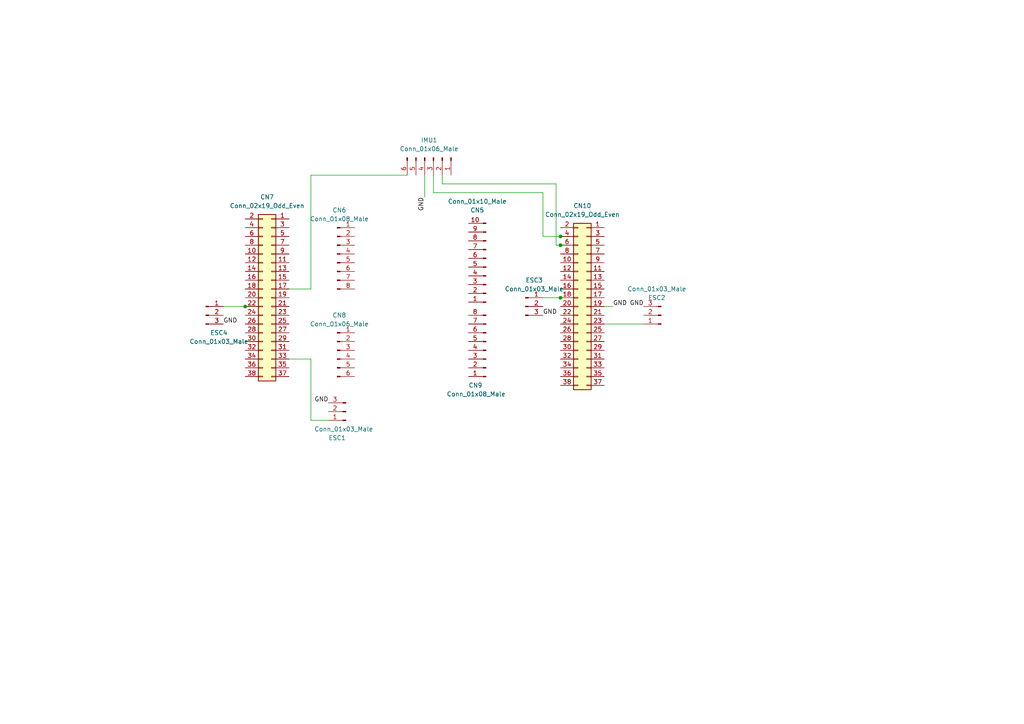
<source format=kicad_sch>
(kicad_sch (version 20211123) (generator eeschema)
  (paper "A4")
  (lib_symbols
    (symbol "Connector:Conn_01x03_Male" (pin_names (offset 1.016) hide)
      (property "Reference" "J" (at 0 5.08 0))
      (property "Value" "Conn_01x03_Male" (at 0 -5.08 0))
      (symbol "Conn_01x03_Male_1_1"
        (polyline (pts (xy 1.27 -2.54) (xy 0.8636 -2.54)) (stroke (width 0.1524)))
        (polyline (pts (xy 1.27 0) (xy 0.8636 0)) (stroke (width 0.1524)))
        (polyline (pts (xy 1.27 2.54) (xy 0.8636 2.54)) (stroke (width 0.1524)))
        (rectangle (start 0.8636 -2.413) (end 0 -2.667) (stroke (width 0.1524)) (fill (type outline)))
        (rectangle (start 0.8636 0.127) (end 0 -0.127) (stroke (width 0.1524)) (fill (type outline)))
        (rectangle (start 0.8636 2.667) (end 0 2.413) (stroke (width 0.1524)) (fill (type outline)))
        (pin passive line (at 5.08 2.54 180) (length 3.81) (name "Pin_1") (number "1"))
        (pin passive line (at 5.08 0 180) (length 3.81) (name "Pin_2") (number "2"))
        (pin passive line (at 5.08 -2.54 180) (length 3.81) (name "Pin_3") (number "3"))
      )
    )
    (symbol "Connector:Conn_01x06_Male" (pin_names (offset 1.016) hide)
      (property "Reference" "J" (at 0 7.62 0))
      (property "Value" "Conn_01x06_Male" (at 0 -10.16 0))
      (symbol "Conn_01x06_Male_1_1"
        (polyline (pts (xy 1.27 -7.62) (xy 0.8636 -7.62)) (stroke (width 0.1524)))
        (polyline (pts (xy 1.27 -5.08) (xy 0.8636 -5.08)) (stroke (width 0.1524)))
        (polyline (pts (xy 1.27 -2.54) (xy 0.8636 -2.54)) (stroke (width 0.1524)))
        (polyline (pts (xy 1.27 0) (xy 0.8636 0)) (stroke (width 0.1524)))
        (polyline (pts (xy 1.27 2.54) (xy 0.8636 2.54)) (stroke (width 0.1524)))
        (polyline (pts (xy 1.27 5.08) (xy 0.8636 5.08)) (stroke (width 0.1524)))
        (rectangle (start 0.8636 -7.493) (end 0 -7.747) (stroke (width 0.1524)) (fill (type outline)))
        (rectangle (start 0.8636 -4.953) (end 0 -5.207) (stroke (width 0.1524)) (fill (type outline)))
        (rectangle (start 0.8636 -2.413) (end 0 -2.667) (stroke (width 0.1524)) (fill (type outline)))
        (rectangle (start 0.8636 0.127) (end 0 -0.127) (stroke (width 0.1524)) (fill (type outline)))
        (rectangle (start 0.8636 2.667) (end 0 2.413) (stroke (width 0.1524)) (fill (type outline)))
        (rectangle (start 0.8636 5.207) (end 0 4.953) (stroke (width 0.1524)) (fill (type outline)))
        (pin passive line (at 5.08 5.08 180) (length 3.81) (name "Pin_1") (number "1"))
        (pin passive line (at 5.08 2.54 180) (length 3.81) (name "Pin_2") (number "2"))
        (pin passive line (at 5.08 0 180) (length 3.81) (name "Pin_3") (number "3"))
        (pin passive line (at 5.08 -2.54 180) (length 3.81) (name "Pin_4") (number "4"))
        (pin passive line (at 5.08 -5.08 180) (length 3.81) (name "Pin_5") (number "5"))
        (pin passive line (at 5.08 -7.62 180) (length 3.81) (name "Pin_6") (number "6"))
      )
    )
    (symbol "Connector:Conn_01x08_Male" (pin_names (offset 1.016) hide)
      (property "Reference" "J" (at 0 10.16 0))
      (property "Value" "Conn_01x08_Male" (at 0 -12.7 0))
      (symbol "Conn_01x08_Male_1_1"
        (polyline (pts (xy 1.27 -10.16) (xy 0.8636 -10.16)) (stroke (width 0.1524)))
        (polyline (pts (xy 1.27 -7.62) (xy 0.8636 -7.62)) (stroke (width 0.1524)))
        (polyline (pts (xy 1.27 -5.08) (xy 0.8636 -5.08)) (stroke (width 0.1524)))
        (polyline (pts (xy 1.27 -2.54) (xy 0.8636 -2.54)) (stroke (width 0.1524)))
        (polyline (pts (xy 1.27 0) (xy 0.8636 0)) (stroke (width 0.1524)))
        (polyline (pts (xy 1.27 2.54) (xy 0.8636 2.54)) (stroke (width 0.1524)))
        (polyline (pts (xy 1.27 5.08) (xy 0.8636 5.08)) (stroke (width 0.1524)))
        (polyline (pts (xy 1.27 7.62) (xy 0.8636 7.62)) (stroke (width 0.1524)))
        (rectangle (start 0.8636 -10.033) (end 0 -10.287) (stroke (width 0.1524)) (fill (type outline)))
        (rectangle (start 0.8636 -7.493) (end 0 -7.747) (stroke (width 0.1524)) (fill (type outline)))
        (rectangle (start 0.8636 -4.953) (end 0 -5.207) (stroke (width 0.1524)) (fill (type outline)))
        (rectangle (start 0.8636 -2.413) (end 0 -2.667) (stroke (width 0.1524)) (fill (type outline)))
        (rectangle (start 0.8636 0.127) (end 0 -0.127) (stroke (width 0.1524)) (fill (type outline)))
        (rectangle (start 0.8636 2.667) (end 0 2.413) (stroke (width 0.1524)) (fill (type outline)))
        (rectangle (start 0.8636 5.207) (end 0 4.953) (stroke (width 0.1524)) (fill (type outline)))
        (rectangle (start 0.8636 7.747) (end 0 7.493) (stroke (width 0.1524)) (fill (type outline)))
        (pin passive line (at 5.08 7.62 180) (length 3.81) (name "Pin_1") (number "1"))
        (pin passive line (at 5.08 5.08 180) (length 3.81) (name "Pin_2") (number "2"))
        (pin passive line (at 5.08 2.54 180) (length 3.81) (name "Pin_3") (number "3"))
        (pin passive line (at 5.08 0 180) (length 3.81) (name "Pin_4") (number "4"))
        (pin passive line (at 5.08 -2.54 180) (length 3.81) (name "Pin_5") (number "5"))
        (pin passive line (at 5.08 -5.08 180) (length 3.81) (name "Pin_6") (number "6"))
        (pin passive line (at 5.08 -7.62 180) (length 3.81) (name "Pin_7") (number "7"))
        (pin passive line (at 5.08 -10.16 180) (length 3.81) (name "Pin_8") (number "8"))
      )
    )
    (symbol "Connector:Conn_01x10_Male" (pin_names (offset 1.016) hide)
      (property "Reference" "J" (at 0 12.7 0))
      (property "Value" "Conn_01x10_Male" (at 0 -15.24 0))
      (symbol "Conn_01x10_Male_1_1"
        (polyline (pts (xy 1.27 -12.7) (xy 0.8636 -12.7)) (stroke (width 0.1524)))
        (polyline (pts (xy 1.27 -10.16) (xy 0.8636 -10.16)) (stroke (width 0.1524)))
        (polyline (pts (xy 1.27 -7.62) (xy 0.8636 -7.62)) (stroke (width 0.1524)))
        (polyline (pts (xy 1.27 -5.08) (xy 0.8636 -5.08)) (stroke (width 0.1524)))
        (polyline (pts (xy 1.27 -2.54) (xy 0.8636 -2.54)) (stroke (width 0.1524)))
        (polyline (pts (xy 1.27 0) (xy 0.8636 0)) (stroke (width 0.1524)))
        (polyline (pts (xy 1.27 2.54) (xy 0.8636 2.54)) (stroke (width 0.1524)))
        (polyline (pts (xy 1.27 5.08) (xy 0.8636 5.08)) (stroke (width 0.1524)))
        (polyline (pts (xy 1.27 7.62) (xy 0.8636 7.62)) (stroke (width 0.1524)))
        (polyline (pts (xy 1.27 10.16) (xy 0.8636 10.16)) (stroke (width 0.1524)))
        (rectangle (start 0.8636 -12.573) (end 0 -12.827) (stroke (width 0.1524)) (fill (type outline)))
        (rectangle (start 0.8636 -10.033) (end 0 -10.287) (stroke (width 0.1524)) (fill (type outline)))
        (rectangle (start 0.8636 -7.493) (end 0 -7.747) (stroke (width 0.1524)) (fill (type outline)))
        (rectangle (start 0.8636 -4.953) (end 0 -5.207) (stroke (width 0.1524)) (fill (type outline)))
        (rectangle (start 0.8636 -2.413) (end 0 -2.667) (stroke (width 0.1524)) (fill (type outline)))
        (rectangle (start 0.8636 0.127) (end 0 -0.127) (stroke (width 0.1524)) (fill (type outline)))
        (rectangle (start 0.8636 2.667) (end 0 2.413) (stroke (width 0.1524)) (fill (type outline)))
        (rectangle (start 0.8636 5.207) (end 0 4.953) (stroke (width 0.1524)) (fill (type outline)))
        (rectangle (start 0.8636 7.747) (end 0 7.493) (stroke (width 0.1524)) (fill (type outline)))
        (rectangle (start 0.8636 10.287) (end 0 10.033) (stroke (width 0.1524)) (fill (type outline)))
        (pin passive line (at 5.08 10.16 180) (length 3.81) (name "Pin_1") (number "1"))
        (pin passive line (at 5.08 -12.7 180) (length 3.81) (name "Pin_10") (number "10"))
        (pin passive line (at 5.08 7.62 180) (length 3.81) (name "Pin_2") (number "2"))
        (pin passive line (at 5.08 5.08 180) (length 3.81) (name "Pin_3") (number "3"))
        (pin passive line (at 5.08 2.54 180) (length 3.81) (name "Pin_4") (number "4"))
        (pin passive line (at 5.08 0 180) (length 3.81) (name "Pin_5") (number "5"))
        (pin passive line (at 5.08 -2.54 180) (length 3.81) (name "Pin_6") (number "6"))
        (pin passive line (at 5.08 -5.08 180) (length 3.81) (name "Pin_7") (number "7"))
        (pin passive line (at 5.08 -7.62 180) (length 3.81) (name "Pin_8") (number "8"))
        (pin passive line (at 5.08 -10.16 180) (length 3.81) (name "Pin_9") (number "9"))
      )
    )
    (symbol "Connector_Generic:Conn_02x19_Odd_Even" (pin_names (offset 1.016) hide)
      (property "Reference" "J" (at 1.27 25.4 0))
      (property "Value" "Conn_02x19_Odd_Even" (at 1.27 -25.4 0))
      (symbol "Conn_02x19_Odd_Even_1_1"
        (rectangle (start -1.27 -22.733) (end 0 -22.987) (stroke (width 0.1524)))
        (rectangle (start -1.27 -20.193) (end 0 -20.447) (stroke (width 0.1524)))
        (rectangle (start -1.27 -17.653) (end 0 -17.907) (stroke (width 0.1524)))
        (rectangle (start -1.27 -15.113) (end 0 -15.367) (stroke (width 0.1524)))
        (rectangle (start -1.27 -12.573) (end 0 -12.827) (stroke (width 0.1524)))
        (rectangle (start -1.27 -10.033) (end 0 -10.287) (stroke (width 0.1524)))
        (rectangle (start -1.27 -7.493) (end 0 -7.747) (stroke (width 0.1524)))
        (rectangle (start -1.27 -4.953) (end 0 -5.207) (stroke (width 0.1524)))
        (rectangle (start -1.27 -2.413) (end 0 -2.667) (stroke (width 0.1524)))
        (rectangle (start -1.27 0.127) (end 0 -0.127) (stroke (width 0.1524)))
        (rectangle (start -1.27 2.667) (end 0 2.413) (stroke (width 0.1524)))
        (rectangle (start -1.27 5.207) (end 0 4.953) (stroke (width 0.1524)))
        (rectangle (start -1.27 7.747) (end 0 7.493) (stroke (width 0.1524)))
        (rectangle (start -1.27 10.287) (end 0 10.033) (stroke (width 0.1524)))
        (rectangle (start -1.27 12.827) (end 0 12.573) (stroke (width 0.1524)))
        (rectangle (start -1.27 15.367) (end 0 15.113) (stroke (width 0.1524)))
        (rectangle (start -1.27 17.907) (end 0 17.653) (stroke (width 0.1524)))
        (rectangle (start -1.27 20.447) (end 0 20.193) (stroke (width 0.1524)))
        (rectangle (start -1.27 22.987) (end 0 22.733) (stroke (width 0.1524)))
        (rectangle (start -1.27 24.13) (end 3.81 -24.13) (stroke (width 0.254)) (fill (type background)))
        (rectangle (start 3.81 -22.733) (end 2.54 -22.987) (stroke (width 0.1524)))
        (rectangle (start 3.81 -20.193) (end 2.54 -20.447) (stroke (width 0.1524)))
        (rectangle (start 3.81 -17.653) (end 2.54 -17.907) (stroke (width 0.1524)))
        (rectangle (start 3.81 -15.113) (end 2.54 -15.367) (stroke (width 0.1524)))
        (rectangle (start 3.81 -12.573) (end 2.54 -12.827) (stroke (width 0.1524)))
        (rectangle (start 3.81 -10.033) (end 2.54 -10.287) (stroke (width 0.1524)))
        (rectangle (start 3.81 -7.493) (end 2.54 -7.747) (stroke (width 0.1524)))
        (rectangle (start 3.81 -4.953) (end 2.54 -5.207) (stroke (width 0.1524)))
        (rectangle (start 3.81 -2.413) (end 2.54 -2.667) (stroke (width 0.1524)))
        (rectangle (start 3.81 0.127) (end 2.54 -0.127) (stroke (width 0.1524)))
        (rectangle (start 3.81 2.667) (end 2.54 2.413) (stroke (width 0.1524)))
        (rectangle (start 3.81 5.207) (end 2.54 4.953) (stroke (width 0.1524)))
        (rectangle (start 3.81 7.747) (end 2.54 7.493) (stroke (width 0.1524)))
        (rectangle (start 3.81 10.287) (end 2.54 10.033) (stroke (width 0.1524)))
        (rectangle (start 3.81 12.827) (end 2.54 12.573) (stroke (width 0.1524)))
        (rectangle (start 3.81 15.367) (end 2.54 15.113) (stroke (width 0.1524)))
        (rectangle (start 3.81 17.907) (end 2.54 17.653) (stroke (width 0.1524)))
        (rectangle (start 3.81 20.447) (end 2.54 20.193) (stroke (width 0.1524)))
        (rectangle (start 3.81 22.987) (end 2.54 22.733) (stroke (width 0.1524)))
        (pin passive line (at -5.08 22.86 0) (length 3.81) (name "Pin_1") (number "1"))
        (pin passive line (at 7.62 12.7 180) (length 3.81) (name "Pin_10") (number "10"))
        (pin passive line (at -5.08 10.16 0) (length 3.81) (name "Pin_11") (number "11"))
        (pin passive line (at 7.62 10.16 180) (length 3.81) (name "Pin_12") (number "12"))
        (pin passive line (at -5.08 7.62 0) (length 3.81) (name "Pin_13") (number "13"))
        (pin passive line (at 7.62 7.62 180) (length 3.81) (name "Pin_14") (number "14"))
        (pin passive line (at -5.08 5.08 0) (length 3.81) (name "Pin_15") (number "15"))
        (pin passive line (at 7.62 5.08 180) (length 3.81) (name "Pin_16") (number "16"))
        (pin passive line (at -5.08 2.54 0) (length 3.81) (name "Pin_17") (number "17"))
        (pin passive line (at 7.62 2.54 180) (length 3.81) (name "Pin_18") (number "18"))
        (pin passive line (at -5.08 0 0) (length 3.81) (name "Pin_19") (number "19"))
        (pin passive line (at 7.62 22.86 180) (length 3.81) (name "Pin_2") (number "2"))
        (pin passive line (at 7.62 0 180) (length 3.81) (name "Pin_20") (number "20"))
        (pin passive line (at -5.08 -2.54 0) (length 3.81) (name "Pin_21") (number "21"))
        (pin passive line (at 7.62 -2.54 180) (length 3.81) (name "Pin_22") (number "22"))
        (pin passive line (at -5.08 -5.08 0) (length 3.81) (name "Pin_23") (number "23"))
        (pin passive line (at 7.62 -5.08 180) (length 3.81) (name "Pin_24") (number "24"))
        (pin passive line (at -5.08 -7.62 0) (length 3.81) (name "Pin_25") (number "25"))
        (pin passive line (at 7.62 -7.62 180) (length 3.81) (name "Pin_26") (number "26"))
        (pin passive line (at -5.08 -10.16 0) (length 3.81) (name "Pin_27") (number "27"))
        (pin passive line (at 7.62 -10.16 180) (length 3.81) (name "Pin_28") (number "28"))
        (pin passive line (at -5.08 -12.7 0) (length 3.81) (name "Pin_29") (number "29"))
        (pin passive line (at -5.08 20.32 0) (length 3.81) (name "Pin_3") (number "3"))
        (pin passive line (at 7.62 -12.7 180) (length 3.81) (name "Pin_30") (number "30"))
        (pin passive line (at -5.08 -15.24 0) (length 3.81) (name "Pin_31") (number "31"))
        (pin passive line (at 7.62 -15.24 180) (length 3.81) (name "Pin_32") (number "32"))
        (pin passive line (at -5.08 -17.78 0) (length 3.81) (name "Pin_33") (number "33"))
        (pin passive line (at 7.62 -17.78 180) (length 3.81) (name "Pin_34") (number "34"))
        (pin passive line (at -5.08 -20.32 0) (length 3.81) (name "Pin_35") (number "35"))
        (pin passive line (at 7.62 -20.32 180) (length 3.81) (name "Pin_36") (number "36"))
        (pin passive line (at -5.08 -22.86 0) (length 3.81) (name "Pin_37") (number "37"))
        (pin passive line (at 7.62 -22.86 180) (length 3.81) (name "Pin_38") (number "38"))
        (pin passive line (at 7.62 20.32 180) (length 3.81) (name "Pin_4") (number "4"))
        (pin passive line (at -5.08 17.78 0) (length 3.81) (name "Pin_5") (number "5"))
        (pin passive line (at 7.62 17.78 180) (length 3.81) (name "Pin_6") (number "6"))
        (pin passive line (at -5.08 15.24 0) (length 3.81) (name "Pin_7") (number "7"))
        (pin passive line (at 7.62 15.24 180) (length 3.81) (name "Pin_8") (number "8"))
        (pin passive line (at -5.08 12.7 0) (length 3.81) (name "Pin_9") (number "9"))
      )
    )
  )
  (junction (at 162.56 71.12))
  (junction (at 71.12 88.9))
  (junction (at 162.56 68.58))
  (junction (at 162.56 86.36))
  (wire (pts (xy 90.17 50.8) (xy 118.11 50.8)))
  (wire (pts (xy 83.82 104.14) (xy 90.17 104.14)))
  (wire (pts (xy 157.48 68.58) (xy 157.48 55.88)))
  (wire (pts (xy 90.17 104.14) (xy 90.17 121.92)))
  (wire (pts (xy 157.48 86.36) (xy 162.56 86.36)))
  (wire (pts (xy 64.77 88.9) (xy 71.12 88.9)))
  (wire (pts (xy 165.1 71.12) (xy 162.56 71.12)))
  (wire (pts (xy 157.48 55.88) (xy 125.73 55.88)))
  (wire (pts (xy 162.56 71.12) (xy 161.29 71.12)))
  (wire (pts (xy 71.12 88.9) (xy 73.66 88.9)))
  (wire (pts (xy 162.56 68.58) (xy 157.48 68.58)))
  (wire (pts (xy 175.26 88.9) (xy 177.8 88.9)))
  (wire (pts (xy 125.73 55.88) (xy 125.73 50.8)))
  (wire (pts (xy 90.17 83.82) (xy 90.17 50.8)))
  (wire (pts (xy 123.19 57.15) (xy 123.19 50.8)))
  (wire (pts (xy 90.17 121.92) (xy 95.25 121.92)))
  (wire (pts (xy 161.29 53.34) (xy 128.27 53.34)))
  (wire (pts (xy 175.26 93.98) (xy 186.69 93.98)))
  (wire (pts (xy 162.56 86.36) (xy 165.1 86.36)))
  (wire (pts (xy 128.27 50.8) (xy 128.27 53.34)))
  (wire (pts (xy 83.82 83.82) (xy 90.17 83.82)))
  (wire (pts (xy 161.29 71.12) (xy 161.29 53.34)))
  (wire (pts (xy 165.1 68.58) (xy 162.56 68.58)))
  (label "GND" (at 123.19 57.15 270))
  (label "GND" (at 177.8 88.9 0))
  (label "GND" (at 186.69 88.9 180))
  (label "GND" (at 157.48 91.44 0))
  (label "GND" (at 64.77 93.98 0))
  (label "GND" (at 95.25 116.84 180))
  (symbol (lib_id "Connector:Conn_01x10_Male") (at 140.97 77.47 180) (unit 1)
    (property "Reference" "CN5" (at 138.43 60.96 0))
    (property "Value" "Conn_01x10_Male" (at 138.43 58.42 0))
    (property "Footprint" "Connector_PinHeader_2.54mm:PinHeader_1x10_P2.54mm_Vertical" (effects hide))
  )
  (symbol (lib_id "Connector:Conn_01x08_Male") (at 97.79 73.66 0) (unit 1)
    (property "Reference" "CN6" (at 98.425 60.96 0))
    (property "Value" "Conn_01x08_Male" (at 98.425 63.5 0))
    (property "Footprint" "Connector_PinHeader_2.54mm:PinHeader_1x08_P2.54mm_Vertical" (effects hide))
  )
  (symbol (lib_id "Connector_Generic:Conn_02x19_Odd_Even") (at 170.18 88.9 0) (mirror y) (unit 1)
    (property "Reference" "CN10" (at 168.91 59.69 0))
    (property "Value" "Conn_02x19_Odd_Even" (at 168.91 62.23 0))
    (property "Footprint" "Connector_PinSocket_2.54mm:PinSocket_2x19_P2.54mm_Vertical" (effects hide))
  )
  (symbol (lib_id "Connector:Conn_01x06_Male") (at 125.73 45.72 270) (unit 1)
    (property "Reference" "IMU1" (at 124.46 40.64 90))
    (property "Value" "Conn_01x06_Male" (at 124.46 43.18 90))
    (property "Footprint" "Connector_PinHeader_2.54mm:PinHeader_1x06_P2.54mm_Vertical" (effects hide))
  )
  (symbol (lib_id "Connector:Conn_01x03_Male") (at 191.77 91.44 180) (unit 1)
    (property "Reference" "ESC2" (at 190.5 86.36 0))
    (property "Value" "Conn_01x03_Male" (at 190.5 83.82 0))
    (property "Footprint" "Connector_PinHeader_2.54mm:PinHeader_1x03_P2.54mm_Vertical" (effects hide))
  )
  (symbol (lib_id "Connector:Conn_01x08_Male") (at 140.97 101.6 180) (unit 1)
    (property "Reference" "CN9" (at 135.89 111.76 0) (effects (justify right)))
    (property "Value" "Conn_01x08_Male" (at 129.54 114.3 0) (effects (justify right)))
    (property "Footprint" "Connector_PinHeader_2.54mm:PinHeader_1x08_P2.54mm_Vertical" (effects hide))
  )
  (symbol (lib_id "Connector:Conn_01x03_Male") (at 152.4 88.9 0) (unit 1)
    (property "Reference" "ESC3" (at 154.94 81.28 0))
    (property "Value" "Conn_01x03_Male" (at 154.94 83.82 0))
    (property "Footprint" "Connector_PinHeader_2.54mm:PinHeader_1x03_P2.54mm_Vertical" (effects hide))
  )
  (symbol (lib_id "Connector_Generic:Conn_02x19_Odd_Even") (at 78.74 86.36 0) (mirror y) (unit 1)
    (property "Reference" "CN7" (at 77.47 57.15 0))
    (property "Value" "Conn_02x19_Odd_Even" (at 77.47 59.69 0))
    (property "Footprint" "Connector_PinSocket_2.54mm:PinSocket_2x19_P2.54mm_Vertical" (effects hide))
  )
  (symbol (lib_id "Connector:Conn_01x03_Male") (at 100.33 119.38 180) (unit 1)
    (property "Reference" "ESC1" (at 97.79 127 0))
    (property "Value" "Conn_01x03_Male" (at 99.695 124.46 0))
    (property "Footprint" "Connector_PinHeader_2.54mm:PinHeader_1x03_P2.54mm_Vertical" (effects hide))
  )
  (symbol (lib_id "Connector:Conn_01x03_Male") (at 59.69 91.44 0) (unit 1)
    (property "Reference" "ESC4" (at 63.5 96.52 0))
    (property "Value" "Conn_01x03_Male" (at 63.5 99.06 0))
    (property "Footprint" "Connector_PinHeader_2.54mm:PinHeader_1x03_P2.54mm_Vertical" (effects hide))
  )
  (symbol (lib_id "Connector:Conn_01x06_Male") (at 97.79 101.6 0) (unit 1)
    (property "Reference" "CN8" (at 98.425 91.44 0))
    (property "Value" "Conn_01x06_Male" (at 98.425 93.98 0))
    (property "Footprint" "Connector_PinHeader_2.54mm:PinHeader_1x06_P2.54mm_Vertical" (effects hide))
  )
)
</source>
